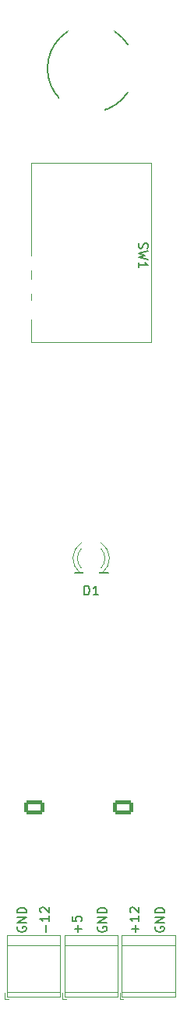
<source format=gto>
G04 #@! TF.GenerationSoftware,KiCad,Pcbnew,6.0.10-86aedd382b~118~ubuntu18.04.1*
G04 #@! TF.CreationDate,2024-03-18T10:27:50-04:00*
G04 #@! TF.ProjectId,4UP,3455502e-6b69-4636-9164-5f7063625858,rev?*
G04 #@! TF.SameCoordinates,Original*
G04 #@! TF.FileFunction,Legend,Top*
G04 #@! TF.FilePolarity,Positive*
%FSLAX46Y46*%
G04 Gerber Fmt 4.6, Leading zero omitted, Abs format (unit mm)*
G04 Created by KiCad (PCBNEW 6.0.10-86aedd382b~118~ubuntu18.04.1) date 2024-03-18 10:27:50*
%MOMM*%
%LPD*%
G01*
G04 APERTURE LIST*
G04 Aperture macros list*
%AMRoundRect*
0 Rectangle with rounded corners*
0 $1 Rounding radius*
0 $2 $3 $4 $5 $6 $7 $8 $9 X,Y pos of 4 corners*
0 Add a 4 corners polygon primitive as box body*
4,1,4,$2,$3,$4,$5,$6,$7,$8,$9,$2,$3,0*
0 Add four circle primitives for the rounded corners*
1,1,$1+$1,$2,$3*
1,1,$1+$1,$4,$5*
1,1,$1+$1,$6,$7*
1,1,$1+$1,$8,$9*
0 Add four rect primitives between the rounded corners*
20,1,$1+$1,$2,$3,$4,$5,0*
20,1,$1+$1,$4,$5,$6,$7,0*
20,1,$1+$1,$6,$7,$8,$9,0*
20,1,$1+$1,$8,$9,$2,$3,0*%
%AMHorizOval*
0 Thick line with rounded ends*
0 $1 width*
0 $2 $3 position (X,Y) of the first rounded end (center of the circle)*
0 $4 $5 position (X,Y) of the second rounded end (center of the circle)*
0 Add line between two ends*
20,1,$1,$2,$3,$4,$5,0*
0 Add two circle primitives to create the rounded ends*
1,1,$1,$2,$3*
1,1,$1,$4,$5*%
G04 Aperture macros list end*
%ADD10C,0.150000*%
%ADD11C,0.120000*%
%ADD12R,1.800000X1.800000*%
%ADD13C,1.800000*%
%ADD14RoundRect,0.220589X-0.879411X-0.529411X0.879411X-0.529411X0.879411X0.529411X-0.879411X0.529411X0*%
%ADD15O,2.200000X1.500000*%
%ADD16C,3.300000*%
%ADD17R,4.000000X2.500000*%
%ADD18O,4.000000X2.500000*%
%ADD19R,2.000000X2.500000*%
%ADD20O,2.000000X2.500000*%
%ADD21HorizOval,2.540000X1.226726X-0.328700X-1.226726X0.328700X0*%
%ADD22R,2.540000X5.080000*%
%ADD23O,5.080000X2.540000*%
%ADD24R,2.750000X2.000000*%
%ADD25O,2.750000X2.000000*%
%ADD26R,2.500000X1.800000*%
%ADD27O,2.500000X1.800000*%
%ADD28R,2.800000X1.600000*%
G04 APERTURE END LIST*
D10*
X42900000Y-101800000D02*
X39200000Y-101800000D01*
X39571428Y-140857142D02*
X39571428Y-140095238D01*
X39952380Y-140476190D02*
X39190476Y-140476190D01*
X38952380Y-139142857D02*
X38952380Y-139619047D01*
X39428571Y-139666666D01*
X39380952Y-139619047D01*
X39333333Y-139523809D01*
X39333333Y-139285714D01*
X39380952Y-139190476D01*
X39428571Y-139142857D01*
X39523809Y-139095238D01*
X39761904Y-139095238D01*
X39857142Y-139142857D01*
X39904761Y-139190476D01*
X39952380Y-139285714D01*
X39952380Y-139523809D01*
X39904761Y-139619047D01*
X39857142Y-139666666D01*
X33000000Y-140261904D02*
X32952380Y-140357142D01*
X32952380Y-140500000D01*
X33000000Y-140642857D01*
X33095238Y-140738095D01*
X33190476Y-140785714D01*
X33380952Y-140833333D01*
X33523809Y-140833333D01*
X33714285Y-140785714D01*
X33809523Y-140738095D01*
X33904761Y-140642857D01*
X33952380Y-140500000D01*
X33952380Y-140404761D01*
X33904761Y-140261904D01*
X33857142Y-140214285D01*
X33523809Y-140214285D01*
X33523809Y-140404761D01*
X33952380Y-139785714D02*
X32952380Y-139785714D01*
X33952380Y-139214285D01*
X32952380Y-139214285D01*
X33952380Y-138738095D02*
X32952380Y-138738095D01*
X32952380Y-138500000D01*
X33000000Y-138357142D01*
X33095238Y-138261904D01*
X33190476Y-138214285D01*
X33380952Y-138166666D01*
X33523809Y-138166666D01*
X33714285Y-138214285D01*
X33809523Y-138261904D01*
X33904761Y-138357142D01*
X33952380Y-138500000D01*
X33952380Y-138738095D01*
X41750000Y-140261904D02*
X41702380Y-140357142D01*
X41702380Y-140500000D01*
X41750000Y-140642857D01*
X41845238Y-140738095D01*
X41940476Y-140785714D01*
X42130952Y-140833333D01*
X42273809Y-140833333D01*
X42464285Y-140785714D01*
X42559523Y-140738095D01*
X42654761Y-140642857D01*
X42702380Y-140500000D01*
X42702380Y-140404761D01*
X42654761Y-140261904D01*
X42607142Y-140214285D01*
X42273809Y-140214285D01*
X42273809Y-140404761D01*
X42702380Y-139785714D02*
X41702380Y-139785714D01*
X42702380Y-139214285D01*
X41702380Y-139214285D01*
X42702380Y-138738095D02*
X41702380Y-138738095D01*
X41702380Y-138500000D01*
X41750000Y-138357142D01*
X41845238Y-138261904D01*
X41940476Y-138214285D01*
X42130952Y-138166666D01*
X42273809Y-138166666D01*
X42464285Y-138214285D01*
X42559523Y-138261904D01*
X42654761Y-138357142D01*
X42702380Y-138500000D01*
X42702380Y-138738095D01*
X36071428Y-140833333D02*
X36071428Y-140071428D01*
X36452380Y-139071428D02*
X36452380Y-139642857D01*
X36452380Y-139357142D02*
X35452380Y-139357142D01*
X35595238Y-139452380D01*
X35690476Y-139547619D01*
X35738095Y-139642857D01*
X35547619Y-138690476D02*
X35500000Y-138642857D01*
X35452380Y-138547619D01*
X35452380Y-138309523D01*
X35500000Y-138214285D01*
X35547619Y-138166666D01*
X35642857Y-138119047D01*
X35738095Y-138119047D01*
X35880952Y-138166666D01*
X36452380Y-138738095D01*
X36452380Y-138119047D01*
X48000000Y-140261904D02*
X47952380Y-140357142D01*
X47952380Y-140500000D01*
X48000000Y-140642857D01*
X48095238Y-140738095D01*
X48190476Y-140785714D01*
X48380952Y-140833333D01*
X48523809Y-140833333D01*
X48714285Y-140785714D01*
X48809523Y-140738095D01*
X48904761Y-140642857D01*
X48952380Y-140500000D01*
X48952380Y-140404761D01*
X48904761Y-140261904D01*
X48857142Y-140214285D01*
X48523809Y-140214285D01*
X48523809Y-140404761D01*
X48952380Y-139785714D02*
X47952380Y-139785714D01*
X48952380Y-139214285D01*
X47952380Y-139214285D01*
X48952380Y-138738095D02*
X47952380Y-138738095D01*
X47952380Y-138500000D01*
X48000000Y-138357142D01*
X48095238Y-138261904D01*
X48190476Y-138214285D01*
X48380952Y-138166666D01*
X48523809Y-138166666D01*
X48714285Y-138214285D01*
X48809523Y-138261904D01*
X48904761Y-138357142D01*
X48952380Y-138500000D01*
X48952380Y-138738095D01*
X45821428Y-140833333D02*
X45821428Y-140071428D01*
X46202380Y-140452380D02*
X45440476Y-140452380D01*
X46202380Y-139071428D02*
X46202380Y-139642857D01*
X46202380Y-139357142D02*
X45202380Y-139357142D01*
X45345238Y-139452380D01*
X45440476Y-139547619D01*
X45488095Y-139642857D01*
X45297619Y-138690476D02*
X45250000Y-138642857D01*
X45202380Y-138547619D01*
X45202380Y-138309523D01*
X45250000Y-138214285D01*
X45297619Y-138166666D01*
X45392857Y-138119047D01*
X45488095Y-138119047D01*
X45630952Y-138166666D01*
X46202380Y-138738095D01*
X46202380Y-138119047D01*
X40261904Y-104202380D02*
X40261904Y-103202380D01*
X40500000Y-103202380D01*
X40642857Y-103250000D01*
X40738095Y-103345238D01*
X40785714Y-103440476D01*
X40833333Y-103630952D01*
X40833333Y-103773809D01*
X40785714Y-103964285D01*
X40738095Y-104059523D01*
X40642857Y-104154761D01*
X40500000Y-104202380D01*
X40261904Y-104202380D01*
X41785714Y-104202380D02*
X41214285Y-104202380D01*
X41500000Y-104202380D02*
X41500000Y-103202380D01*
X41404761Y-103345238D01*
X41309523Y-103440476D01*
X41214285Y-103488095D01*
X46195238Y-65966666D02*
X46147619Y-66109523D01*
X46147619Y-66347619D01*
X46195238Y-66442857D01*
X46242857Y-66490476D01*
X46338095Y-66538095D01*
X46433333Y-66538095D01*
X46528571Y-66490476D01*
X46576190Y-66442857D01*
X46623809Y-66347619D01*
X46671428Y-66157142D01*
X46719047Y-66061904D01*
X46766666Y-66014285D01*
X46861904Y-65966666D01*
X46957142Y-65966666D01*
X47052380Y-66014285D01*
X47100000Y-66061904D01*
X47147619Y-66157142D01*
X47147619Y-66395238D01*
X47100000Y-66538095D01*
X47147619Y-66871428D02*
X46147619Y-67109523D01*
X46861904Y-67300000D01*
X46147619Y-67490476D01*
X47147619Y-67728571D01*
X46147619Y-68633333D02*
X46147619Y-68061904D01*
X46147619Y-68347619D02*
X47147619Y-68347619D01*
X47004761Y-68252380D01*
X46909523Y-68157142D01*
X46861904Y-68061904D01*
D11*
X39764000Y-101790000D02*
X39920000Y-101790000D01*
X42080000Y-101790000D02*
X42236000Y-101790000D01*
X39920163Y-99188870D02*
G75*
G03*
X39920000Y-101270961I1079837J-1041130D01*
G01*
X42235516Y-101790000D02*
G75*
G03*
X42078608Y-98557665I-1235516J1560000D01*
G01*
X42080000Y-101270961D02*
G75*
G03*
X42079837Y-99188870I-1080000J1040961D01*
G01*
X39921392Y-98557665D02*
G75*
G03*
X39764484Y-101790000I1078608J-1672335D01*
G01*
X47550000Y-57300000D02*
X34450000Y-57300000D01*
X34450000Y-57300000D02*
X34450000Y-76700000D01*
X34450000Y-76700000D02*
X47550000Y-76700000D01*
X47550000Y-76700000D02*
X47550000Y-57300000D01*
X44340000Y-141130000D02*
X44340000Y-147870000D01*
X44100000Y-148110000D02*
X44500000Y-148110000D01*
X44340000Y-142250000D02*
X50120000Y-142250000D01*
X44340000Y-147350000D02*
X50120000Y-147350000D01*
X44340000Y-141130000D02*
X50120000Y-141130000D01*
X44340000Y-147870000D02*
X50120000Y-147870000D01*
X44100000Y-147470000D02*
X44100000Y-148110000D01*
X50120000Y-141130000D02*
X50120000Y-147870000D01*
X43890000Y-141130000D02*
X43890000Y-147870000D01*
X38110000Y-147350000D02*
X43890000Y-147350000D01*
X37870000Y-148110000D02*
X38270000Y-148110000D01*
X38110000Y-141130000D02*
X43890000Y-141130000D01*
X38110000Y-141130000D02*
X38110000Y-147870000D01*
X37870000Y-147470000D02*
X37870000Y-148110000D01*
X38110000Y-147870000D02*
X43890000Y-147870000D01*
X38110000Y-142250000D02*
X43890000Y-142250000D01*
D10*
X45750000Y-47000000D02*
G75*
G03*
X45750000Y-47000000I-4750000J0D01*
G01*
D11*
X31860000Y-147870000D02*
X37640000Y-147870000D01*
X31860000Y-147350000D02*
X37640000Y-147350000D01*
X31860000Y-141130000D02*
X31860000Y-147870000D01*
X31620000Y-147470000D02*
X31620000Y-148110000D01*
X31860000Y-141130000D02*
X37640000Y-141130000D01*
X31860000Y-142250000D02*
X37640000Y-142250000D01*
X37640000Y-141130000D02*
X37640000Y-147870000D01*
X31620000Y-148110000D02*
X32020000Y-148110000D01*
%LPC*%
D12*
X41000000Y-101500000D03*
D13*
X41000000Y-98960000D03*
D14*
X34855000Y-127265000D03*
D15*
X37395000Y-127265000D03*
X34855000Y-124725000D03*
X37395000Y-124725000D03*
X34855000Y-122185000D03*
X37395000Y-122185000D03*
X34855000Y-119645000D03*
X37395000Y-119645000D03*
X34855000Y-117105000D03*
X37395000Y-117105000D03*
X34855000Y-114565000D03*
X37395000Y-114565000D03*
X34855000Y-112025000D03*
X37395000Y-112025000D03*
X34855000Y-109485000D03*
X37395000Y-109485000D03*
D14*
X44500000Y-127265000D03*
D15*
X47040000Y-127265000D03*
X44500000Y-124725000D03*
X47040000Y-124725000D03*
X44500000Y-122185000D03*
X47040000Y-122185000D03*
X44500000Y-119645000D03*
X47040000Y-119645000D03*
X44500000Y-117105000D03*
X47040000Y-117105000D03*
X44500000Y-114565000D03*
X47040000Y-114565000D03*
X44500000Y-112025000D03*
X47040000Y-112025000D03*
X44500000Y-109485000D03*
X47040000Y-109485000D03*
D16*
X41000000Y-136500000D03*
D17*
X41000000Y-60000000D03*
D18*
X41000000Y-67000000D03*
D19*
X45960000Y-144500000D03*
D20*
X48500000Y-144500000D03*
D19*
X39730000Y-144500000D03*
D20*
X42270000Y-144500000D03*
D21*
X40000000Y-50810000D03*
D22*
X44810000Y-47000000D03*
D23*
X41000000Y-43190000D03*
D19*
X33480000Y-144500000D03*
D20*
X36020000Y-144500000D03*
D24*
X33507750Y-73290000D03*
D25*
X33507750Y-70750000D03*
X33507750Y-68210000D03*
D26*
X42912000Y-88417500D03*
D27*
X42912000Y-90957500D03*
X42912000Y-93497500D03*
D28*
X34000000Y-42750000D03*
D26*
X33412000Y-88417500D03*
D27*
X33412000Y-90957500D03*
X33412000Y-93497500D03*
M02*

</source>
